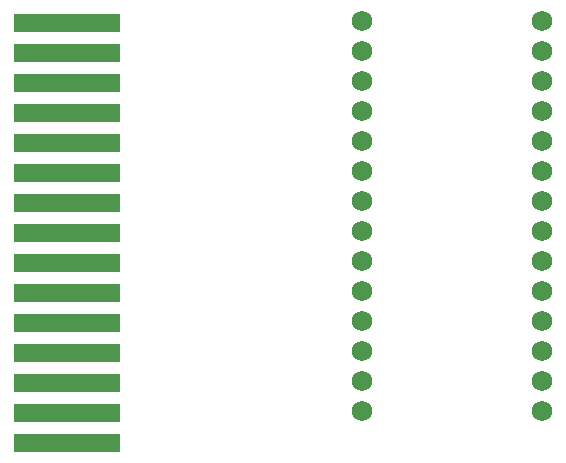
<source format=gbs>
G04 Layer: BottomSolderMaskLayer*
G04 EasyEDA v6.5.22, 2023-04-21 14:11:52*
G04 6639ec0bfd30429d8febbb54714beaf6,0d2cea57a9a8422ebbcee2df73fbc454,10*
G04 Gerber Generator version 0.2*
G04 Scale: 100 percent, Rotated: No, Reflected: No *
G04 Dimensions in millimeters *
G04 leading zeros omitted , absolute positions ,4 integer and 5 decimal *
%FSLAX45Y45*%
%MOMM*%

%ADD10C,1.7272*%
%ADD11R,9.0000X1.5240*%

%LPD*%
D10*
G01*
X4749800Y1854200D03*
G01*
X3225800Y1854200D03*
G01*
X4749800Y2108200D03*
G01*
X4749800Y2362200D03*
G01*
X4749800Y2616200D03*
G01*
X4749800Y2870200D03*
G01*
X4749800Y3124200D03*
G01*
X4749800Y3378200D03*
G01*
X4749800Y3632200D03*
G01*
X4749800Y3886200D03*
G01*
X4749800Y4140200D03*
G01*
X4749800Y4394200D03*
G01*
X4749800Y4648200D03*
G01*
X4749800Y4902200D03*
G01*
X4749800Y5156200D03*
G01*
X3225800Y2108200D03*
G01*
X3225800Y2362200D03*
G01*
X3225800Y2616200D03*
G01*
X3225800Y2870200D03*
G01*
X3225800Y3124200D03*
G01*
X3225800Y3378200D03*
G01*
X3225800Y3632200D03*
G01*
X3225800Y3886200D03*
G01*
X3225800Y4140200D03*
G01*
X3225800Y4394200D03*
G01*
X3225800Y4648200D03*
G01*
X3225800Y4902200D03*
G01*
X3225800Y5156200D03*
D11*
G01*
X723900Y5143500D03*
G01*
X723900Y4889500D03*
G01*
X723900Y4635500D03*
G01*
X723900Y4381500D03*
G01*
X723900Y4127500D03*
G01*
X723900Y3873500D03*
G01*
X723900Y3619500D03*
G01*
X723900Y3365500D03*
G01*
X723900Y3111500D03*
G01*
X723900Y2857500D03*
G01*
X723900Y2603500D03*
G01*
X723900Y2349500D03*
G01*
X723900Y2095500D03*
G01*
X723900Y1841500D03*
G01*
X723900Y1587500D03*
M02*

</source>
